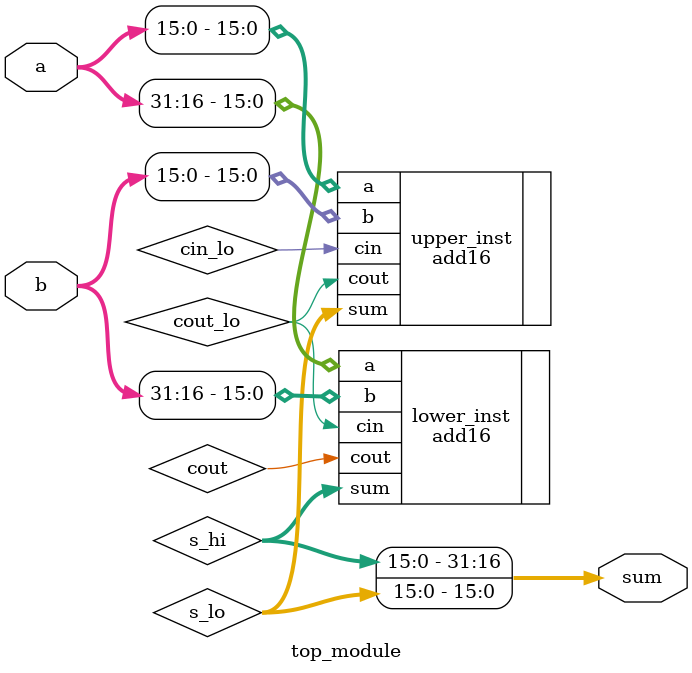
<source format=v>
module top_module(
    input [31:0] a,
    input [31:0] b,
    output [31:0] sum
);

    wire cout_lo, cin_lo, cout;
    wire [15:0] s_lo;
    wire [15:0] s_hi;

    add16 upper_inst(
        .a({a[15:0]}), 
        .b({b[15:0]}),
        .cin(cin_lo),
        .sum(s_lo),
        .cout(cout_lo)
    );

    add16 lower_inst(
        .a({a[31:16]}),
        .b({b[31:16]}),
        .cin(cout_lo),
        .sum(s_hi),
        .cout(cout)
    );

    assign sum = {s_hi, s_lo};
    
endmodule

</source>
